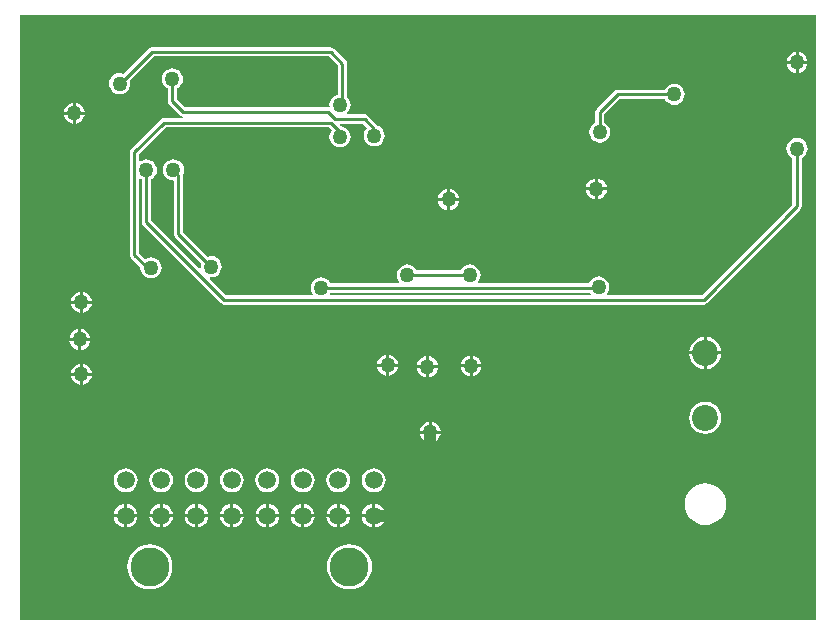
<source format=gbl>
G04*
G04 #@! TF.GenerationSoftware,Altium Limited,Altium Designer,19.0.15 (446)*
G04*
G04 Layer_Physical_Order=2*
G04 Layer_Color=16711680*
%FSLAX25Y25*%
%MOIN*%
G70*
G01*
G75*
%ADD14C,0.01000*%
%ADD53C,0.03937*%
%ADD55C,0.08661*%
%ADD56C,0.05906*%
%ADD57C,0.12992*%
%ADD58C,0.05000*%
G36*
X312205Y2362D02*
X46850D01*
Y203937D01*
X312205D01*
Y2362D01*
D02*
G37*
%LPC*%
G36*
X306405Y191653D02*
Y188689D01*
X309370D01*
X309315Y189103D01*
X308963Y189954D01*
X308402Y190685D01*
X307671Y191246D01*
X306819Y191599D01*
X306405Y191653D01*
D02*
G37*
G36*
X305405D02*
X304992Y191599D01*
X304140Y191246D01*
X303409Y190685D01*
X302848Y189954D01*
X302496Y189103D01*
X302441Y188689D01*
X305405D01*
Y191653D01*
D02*
G37*
G36*
X309370Y187689D02*
X306405D01*
Y184725D01*
X306819Y184779D01*
X307671Y185132D01*
X308402Y185693D01*
X308963Y186424D01*
X309315Y187275D01*
X309370Y187689D01*
D02*
G37*
G36*
X305405D02*
X302441D01*
X302496Y187275D01*
X302848Y186424D01*
X303409Y185693D01*
X304140Y185132D01*
X304992Y184779D01*
X305405Y184725D01*
Y187689D01*
D02*
G37*
G36*
X264961Y181089D02*
X264047Y180969D01*
X263195Y180616D01*
X262464Y180055D01*
X261903Y179324D01*
X261806Y179088D01*
X246063D01*
X245478Y178972D01*
X244982Y178640D01*
X239076Y172735D01*
X238744Y172239D01*
X238628Y171653D01*
Y168115D01*
X238392Y168018D01*
X237661Y167457D01*
X237100Y166726D01*
X236748Y165874D01*
X236627Y164961D01*
X236748Y164047D01*
X237100Y163196D01*
X237661Y162464D01*
X238392Y161903D01*
X239244Y161551D01*
X240158Y161430D01*
X241071Y161551D01*
X241923Y161903D01*
X242654Y162464D01*
X243215Y163196D01*
X243567Y164047D01*
X243688Y164961D01*
X243567Y165874D01*
X243215Y166726D01*
X242654Y167457D01*
X241923Y168018D01*
X241687Y168115D01*
Y171020D01*
X246696Y176030D01*
X261806D01*
X261903Y175794D01*
X262464Y175063D01*
X263195Y174502D01*
X264047Y174149D01*
X264961Y174029D01*
X265874Y174149D01*
X266726Y174502D01*
X267457Y175063D01*
X268018Y175794D01*
X268371Y176645D01*
X268491Y177559D01*
X268371Y178473D01*
X268018Y179324D01*
X267457Y180055D01*
X266726Y180616D01*
X265874Y180969D01*
X264961Y181089D01*
D02*
G37*
G36*
X150394Y193262D02*
X90748D01*
X90163Y193145D01*
X89667Y192814D01*
X81267Y184415D01*
X81032Y184512D01*
X80118Y184633D01*
X79204Y184512D01*
X78353Y184160D01*
X77622Y183599D01*
X77061Y182868D01*
X76708Y182016D01*
X76588Y181102D01*
X76708Y180189D01*
X77061Y179337D01*
X77622Y178606D01*
X78353Y178045D01*
X79204Y177692D01*
X80118Y177572D01*
X81032Y177692D01*
X81883Y178045D01*
X82614Y178606D01*
X83175Y179337D01*
X83528Y180189D01*
X83648Y181102D01*
X83528Y182016D01*
X83430Y182252D01*
X91382Y190203D01*
X149760D01*
X152801Y187162D01*
Y177448D01*
X152630Y177426D01*
X151778Y177073D01*
X151047Y176512D01*
X150486Y175781D01*
X150133Y174929D01*
X150013Y174016D01*
X150066Y173616D01*
X149714Y173223D01*
X149618Y173183D01*
X101815D01*
X99167Y175830D01*
Y179522D01*
X99403Y179620D01*
X100134Y180181D01*
X100695Y180912D01*
X101048Y181764D01*
X101168Y182677D01*
X101048Y183591D01*
X100695Y184442D01*
X100134Y185173D01*
X99403Y185734D01*
X98551Y186087D01*
X97638Y186207D01*
X96724Y186087D01*
X95873Y185734D01*
X95142Y185173D01*
X94581Y184442D01*
X94228Y183591D01*
X94108Y182677D01*
X94228Y181764D01*
X94581Y180912D01*
X95142Y180181D01*
X95873Y179620D01*
X96108Y179522D01*
Y175197D01*
X96225Y174612D01*
X96556Y174115D01*
X100100Y170572D01*
X100596Y170241D01*
X101103Y170140D01*
X101054Y169640D01*
X94882D01*
X94297Y169523D01*
X93800Y169192D01*
X83895Y159286D01*
X83563Y158790D01*
X83447Y158205D01*
Y124079D01*
X83563Y123494D01*
X83895Y122997D01*
X87043Y119850D01*
X87021Y119685D01*
X87141Y118771D01*
X87494Y117920D01*
X88055Y117189D01*
X88786Y116628D01*
X89638Y116275D01*
X90551Y116155D01*
X91465Y116275D01*
X92316Y116628D01*
X93047Y117189D01*
X93608Y117920D01*
X93961Y118771D01*
X94081Y119685D01*
X93961Y120599D01*
X93608Y121450D01*
X93047Y122181D01*
X92316Y122742D01*
X91465Y123095D01*
X90551Y123215D01*
X89638Y123095D01*
X88786Y122742D01*
X88611Y122608D01*
X86506Y124712D01*
Y149281D01*
X86954Y149502D01*
X87211Y149305D01*
X87447Y149207D01*
Y135039D01*
X87563Y134454D01*
X87895Y133958D01*
X113942Y107911D01*
X114438Y107579D01*
X115024Y107463D01*
X274740D01*
X275325Y107579D01*
X275822Y107911D01*
X306987Y139076D01*
X307318Y139572D01*
X307435Y140157D01*
Y156294D01*
X307671Y156392D01*
X308402Y156953D01*
X308963Y157684D01*
X309315Y158535D01*
X309436Y159449D01*
X309315Y160363D01*
X308963Y161214D01*
X308402Y161945D01*
X307671Y162506D01*
X306819Y162859D01*
X305906Y162979D01*
X304992Y162859D01*
X304140Y162506D01*
X303409Y161945D01*
X302848Y161214D01*
X302496Y160363D01*
X302375Y159449D01*
X302496Y158535D01*
X302848Y157684D01*
X303409Y156953D01*
X304140Y156392D01*
X304376Y156294D01*
Y140791D01*
X274107Y110521D01*
X242679D01*
X242432Y111021D01*
X242821Y111528D01*
X243174Y112380D01*
X243294Y113293D01*
X243174Y114207D01*
X242821Y115058D01*
X242260Y115790D01*
X241529Y116351D01*
X240677Y116703D01*
X239764Y116823D01*
X238850Y116703D01*
X237999Y116351D01*
X237267Y115790D01*
X236706Y115058D01*
X236484Y114522D01*
X199742D01*
X199496Y115022D01*
X199908Y115558D01*
X200260Y116409D01*
X200381Y117323D01*
X200260Y118236D01*
X199908Y119088D01*
X199347Y119819D01*
X198616Y120380D01*
X197764Y120733D01*
X196850Y120853D01*
X195937Y120733D01*
X195085Y120380D01*
X194354Y119819D01*
X193793Y119088D01*
X193695Y118852D01*
X179139D01*
X179042Y119088D01*
X178481Y119819D01*
X177749Y120380D01*
X176898Y120733D01*
X175984Y120853D01*
X175071Y120733D01*
X174219Y120380D01*
X173488Y119819D01*
X172927Y119088D01*
X172574Y118236D01*
X172454Y117323D01*
X172574Y116409D01*
X172927Y115558D01*
X173338Y115022D01*
X173093Y114522D01*
X150399D01*
X150301Y114757D01*
X149740Y115488D01*
X149009Y116049D01*
X148158Y116402D01*
X147244Y116522D01*
X146330Y116402D01*
X145479Y116049D01*
X144748Y115488D01*
X144187Y114757D01*
X143834Y113906D01*
X143714Y112992D01*
X143834Y112078D01*
X144187Y111227D01*
X144384Y110970D01*
X144163Y110521D01*
X115657D01*
X110059Y116119D01*
X110293Y116593D01*
X110630Y116549D01*
X111544Y116669D01*
X112395Y117022D01*
X113126Y117582D01*
X113687Y118314D01*
X114040Y119165D01*
X114160Y120079D01*
X114040Y120992D01*
X113687Y121844D01*
X113126Y122575D01*
X112395Y123136D01*
X111544Y123489D01*
X110630Y123609D01*
X109716Y123489D01*
X109481Y123391D01*
X101136Y131736D01*
Y150710D01*
X101441Y151449D01*
X101562Y152362D01*
X101441Y153276D01*
X101089Y154127D01*
X100528Y154858D01*
X99797Y155419D01*
X98945Y155772D01*
X98032Y155892D01*
X97118Y155772D01*
X96266Y155419D01*
X95535Y154858D01*
X94974Y154127D01*
X94622Y153276D01*
X94501Y152362D01*
X94622Y151449D01*
X94974Y150597D01*
X95535Y149866D01*
X96266Y149305D01*
X97118Y148952D01*
X98032Y148832D01*
X98077Y148792D01*
Y131102D01*
X98193Y130517D01*
X98525Y130021D01*
X107318Y121228D01*
X107220Y120992D01*
X107100Y120079D01*
X107144Y119742D01*
X106670Y119508D01*
X90506Y135673D01*
Y149207D01*
X90741Y149305D01*
X91473Y149866D01*
X92034Y150597D01*
X92386Y151449D01*
X92507Y152362D01*
X92386Y153276D01*
X92034Y154127D01*
X91473Y154858D01*
X90741Y155419D01*
X89890Y155772D01*
X88976Y155892D01*
X88063Y155772D01*
X87211Y155419D01*
X86954Y155222D01*
X86506Y155443D01*
Y157571D01*
X95515Y166581D01*
X149760D01*
X150792Y165549D01*
X150486Y165151D01*
X150133Y164299D01*
X150013Y163386D01*
X150133Y162472D01*
X150486Y161621D01*
X151047Y160890D01*
X151778Y160329D01*
X152630Y159976D01*
X153543Y159856D01*
X154457Y159976D01*
X155308Y160329D01*
X156040Y160890D01*
X156600Y161621D01*
X156953Y162472D01*
X157073Y163386D01*
X156953Y164299D01*
X156600Y165151D01*
X156040Y165882D01*
X155308Y166443D01*
X154457Y166796D01*
X153782Y166885D01*
X153367Y167300D01*
X153558Y167762D01*
X161178D01*
X162477Y166463D01*
X162464Y166276D01*
X161903Y165545D01*
X161551Y164693D01*
X161430Y163779D01*
X161551Y162866D01*
X161903Y162014D01*
X162464Y161283D01*
X163196Y160722D01*
X164047Y160370D01*
X164961Y160249D01*
X165874Y160370D01*
X166726Y160722D01*
X167457Y161283D01*
X168018Y162014D01*
X168370Y162866D01*
X168491Y163779D01*
X168370Y164693D01*
X168018Y165545D01*
X167457Y166276D01*
X166726Y166837D01*
X166137Y167080D01*
X166042Y167223D01*
X162892Y170373D01*
X162396Y170704D01*
X161811Y170821D01*
X155950D01*
X155780Y171321D01*
X156040Y171519D01*
X156600Y172251D01*
X156953Y173102D01*
X157073Y174016D01*
X156953Y174929D01*
X156600Y175781D01*
X156040Y176512D01*
X155860Y176650D01*
Y187795D01*
X155744Y188381D01*
X155412Y188877D01*
X151475Y192814D01*
X150979Y193145D01*
X150394Y193262D01*
D02*
G37*
G36*
X65461Y174724D02*
Y171760D01*
X68425D01*
X68370Y172174D01*
X68018Y173025D01*
X67457Y173756D01*
X66726Y174317D01*
X65874Y174670D01*
X65461Y174724D01*
D02*
G37*
G36*
X64461D02*
X64047Y174670D01*
X63196Y174317D01*
X62464Y173756D01*
X61903Y173025D01*
X61551Y172174D01*
X61496Y171760D01*
X64461D01*
Y174724D01*
D02*
G37*
G36*
X68425Y170760D02*
X65461D01*
Y167796D01*
X65874Y167850D01*
X66726Y168203D01*
X67457Y168764D01*
X68018Y169495D01*
X68370Y170346D01*
X68425Y170760D01*
D02*
G37*
G36*
X64461D02*
X61496D01*
X61551Y170346D01*
X61903Y169495D01*
X62464Y168764D01*
X63196Y168203D01*
X64047Y167850D01*
X64461Y167796D01*
Y170760D01*
D02*
G37*
G36*
X239476Y149527D02*
Y146563D01*
X242441D01*
X242386Y146977D01*
X242034Y147828D01*
X241473Y148559D01*
X240741Y149120D01*
X239890Y149473D01*
X239476Y149527D01*
D02*
G37*
G36*
X238476D02*
X238063Y149473D01*
X237211Y149120D01*
X236480Y148559D01*
X235919Y147828D01*
X235566Y146977D01*
X235512Y146563D01*
X238476D01*
Y149527D01*
D02*
G37*
G36*
X190264Y145984D02*
Y143020D01*
X193228D01*
X193174Y143433D01*
X192821Y144285D01*
X192260Y145016D01*
X191529Y145577D01*
X190677Y145930D01*
X190264Y145984D01*
D02*
G37*
G36*
X189264D02*
X188850Y145930D01*
X187999Y145577D01*
X187268Y145016D01*
X186706Y144285D01*
X186354Y143433D01*
X186299Y143020D01*
X189264D01*
Y145984D01*
D02*
G37*
G36*
X242441Y145563D02*
X239476D01*
Y142599D01*
X239890Y142653D01*
X240741Y143006D01*
X241473Y143567D01*
X242034Y144298D01*
X242386Y145149D01*
X242441Y145563D01*
D02*
G37*
G36*
X238476D02*
X235512D01*
X235566Y145149D01*
X235919Y144298D01*
X236480Y143567D01*
X237211Y143006D01*
X238063Y142653D01*
X238476Y142599D01*
Y145563D01*
D02*
G37*
G36*
X193228Y142020D02*
X190264D01*
Y139055D01*
X190677Y139110D01*
X191529Y139462D01*
X192260Y140024D01*
X192821Y140755D01*
X193174Y141606D01*
X193228Y142020D01*
D02*
G37*
G36*
X189264D02*
X186299D01*
X186354Y141606D01*
X186706Y140755D01*
X187268Y140024D01*
X187999Y139462D01*
X188850Y139110D01*
X189264Y139055D01*
Y142020D01*
D02*
G37*
G36*
X67823Y111732D02*
Y108768D01*
X70787D01*
X70733Y109181D01*
X70380Y110033D01*
X69819Y110764D01*
X69088Y111325D01*
X68237Y111678D01*
X67823Y111732D01*
D02*
G37*
G36*
X66823D02*
X66409Y111678D01*
X65558Y111325D01*
X64827Y110764D01*
X64266Y110033D01*
X63913Y109181D01*
X63858Y108768D01*
X66823D01*
Y111732D01*
D02*
G37*
G36*
X70787Y107768D02*
X67823D01*
Y104803D01*
X68237Y104858D01*
X69088Y105210D01*
X69819Y105772D01*
X70380Y106503D01*
X70733Y107354D01*
X70787Y107768D01*
D02*
G37*
G36*
X66823D02*
X63858D01*
X63913Y107354D01*
X64266Y106503D01*
X64827Y105772D01*
X65558Y105210D01*
X66409Y104858D01*
X66823Y104803D01*
Y107768D01*
D02*
G37*
G36*
X67323Y99315D02*
Y96350D01*
X70287D01*
X70233Y96764D01*
X69880Y97615D01*
X69319Y98347D01*
X68588Y98908D01*
X67737Y99260D01*
X67323Y99315D01*
D02*
G37*
G36*
X66323D02*
X65909Y99260D01*
X65058Y98908D01*
X64327Y98347D01*
X63766Y97615D01*
X63413Y96764D01*
X63358Y96350D01*
X66323D01*
Y99315D01*
D02*
G37*
G36*
X70287Y95350D02*
X67323D01*
Y92386D01*
X67737Y92440D01*
X68588Y92793D01*
X69319Y93354D01*
X69880Y94085D01*
X70233Y94937D01*
X70287Y95350D01*
D02*
G37*
G36*
X66323D02*
X63358D01*
X63413Y94937D01*
X63766Y94085D01*
X64327Y93354D01*
X65058Y92793D01*
X65909Y92440D01*
X66323Y92386D01*
Y95350D01*
D02*
G37*
G36*
X275825Y96649D02*
Y91839D01*
X280636D01*
X280519Y92730D01*
X279982Y94027D01*
X279127Y95140D01*
X278014Y95995D01*
X276717Y96532D01*
X275825Y96649D01*
D02*
G37*
G36*
X274825D02*
X273934Y96532D01*
X272637Y95995D01*
X271523Y95140D01*
X270669Y94027D01*
X270132Y92730D01*
X270015Y91839D01*
X274825D01*
Y96649D01*
D02*
G37*
G36*
X169925Y90716D02*
Y87752D01*
X172890D01*
X172835Y88165D01*
X172482Y89017D01*
X171921Y89748D01*
X171190Y90309D01*
X170339Y90662D01*
X169925Y90716D01*
D02*
G37*
G36*
X168925D02*
X168511Y90662D01*
X167660Y90309D01*
X166929Y89748D01*
X166368Y89017D01*
X166015Y88165D01*
X165961Y87752D01*
X168925D01*
Y90716D01*
D02*
G37*
G36*
X197744Y90472D02*
Y87508D01*
X200709D01*
X200654Y87922D01*
X200301Y88773D01*
X199740Y89504D01*
X199009Y90065D01*
X198158Y90418D01*
X197744Y90472D01*
D02*
G37*
G36*
X196744D02*
X196330Y90418D01*
X195479Y90065D01*
X194748Y89504D01*
X194187Y88773D01*
X193834Y87922D01*
X193780Y87508D01*
X196744D01*
Y90472D01*
D02*
G37*
G36*
X183177Y90213D02*
Y87248D01*
X186142D01*
X186087Y87662D01*
X185734Y88513D01*
X185173Y89244D01*
X184442Y89805D01*
X183591Y90158D01*
X183177Y90213D01*
D02*
G37*
G36*
X182177D02*
X181764Y90158D01*
X180912Y89805D01*
X180181Y89244D01*
X179620Y88513D01*
X179267Y87662D01*
X179213Y87248D01*
X182177D01*
Y90213D01*
D02*
G37*
G36*
X280636Y90839D02*
X275825D01*
Y86028D01*
X276717Y86145D01*
X278014Y86682D01*
X279127Y87537D01*
X279982Y88650D01*
X280519Y89947D01*
X280636Y90839D01*
D02*
G37*
G36*
X274825D02*
X270015D01*
X270132Y89947D01*
X270669Y88650D01*
X271523Y87537D01*
X272637Y86682D01*
X273934Y86145D01*
X274825Y86028D01*
Y90839D01*
D02*
G37*
G36*
X67823Y87716D02*
Y84752D01*
X70787D01*
X70733Y85166D01*
X70380Y86017D01*
X69819Y86748D01*
X69088Y87309D01*
X68237Y87662D01*
X67823Y87716D01*
D02*
G37*
G36*
X66823D02*
X66409Y87662D01*
X65558Y87309D01*
X64827Y86748D01*
X64266Y86017D01*
X63913Y85166D01*
X63858Y84752D01*
X66823D01*
Y87716D01*
D02*
G37*
G36*
X172890Y86752D02*
X169925D01*
Y83787D01*
X170339Y83842D01*
X171190Y84195D01*
X171921Y84756D01*
X172482Y85487D01*
X172835Y86338D01*
X172890Y86752D01*
D02*
G37*
G36*
X168925D02*
X165961D01*
X166015Y86338D01*
X166368Y85487D01*
X166929Y84756D01*
X167660Y84195D01*
X168511Y83842D01*
X168925Y83787D01*
Y86752D01*
D02*
G37*
G36*
X200709Y86508D02*
X197744D01*
Y83543D01*
X198158Y83598D01*
X199009Y83951D01*
X199740Y84512D01*
X200301Y85243D01*
X200654Y86094D01*
X200709Y86508D01*
D02*
G37*
G36*
X196744D02*
X193780D01*
X193834Y86094D01*
X194187Y85243D01*
X194748Y84512D01*
X195479Y83951D01*
X196330Y83598D01*
X196744Y83543D01*
Y86508D01*
D02*
G37*
G36*
X186142Y86248D02*
X183177D01*
Y83284D01*
X183591Y83338D01*
X184442Y83691D01*
X185173Y84252D01*
X185734Y84983D01*
X186087Y85834D01*
X186142Y86248D01*
D02*
G37*
G36*
X182177D02*
X179213D01*
X179267Y85834D01*
X179620Y84983D01*
X180181Y84252D01*
X180912Y83691D01*
X181764Y83338D01*
X182177Y83284D01*
Y86248D01*
D02*
G37*
G36*
X70787Y83752D02*
X67823D01*
Y80788D01*
X68237Y80842D01*
X69088Y81195D01*
X69819Y81756D01*
X70380Y82487D01*
X70733Y83338D01*
X70787Y83752D01*
D02*
G37*
G36*
X66823D02*
X63858D01*
X63913Y83338D01*
X64266Y82487D01*
X64827Y81756D01*
X65558Y81195D01*
X66409Y80842D01*
X66823Y80788D01*
Y83752D01*
D02*
G37*
G36*
X184091Y68425D02*
Y65461D01*
X187055D01*
X187001Y65874D01*
X186648Y66726D01*
X186087Y67457D01*
X185356Y68018D01*
X184504Y68370D01*
X184091Y68425D01*
D02*
G37*
G36*
X183091D02*
X182677Y68370D01*
X181826Y68018D01*
X181095Y67457D01*
X180534Y66726D01*
X180181Y65874D01*
X180127Y65461D01*
X183091D01*
Y68425D01*
D02*
G37*
G36*
X275325Y75062D02*
X273934Y74879D01*
X272637Y74341D01*
X271523Y73487D01*
X270669Y72373D01*
X270132Y71077D01*
X269949Y69685D01*
X270132Y68293D01*
X270669Y66997D01*
X271523Y65883D01*
X272637Y65029D01*
X273934Y64491D01*
X275325Y64308D01*
X276717Y64491D01*
X278014Y65029D01*
X279127Y65883D01*
X279982Y66997D01*
X280519Y68293D01*
X280702Y69685D01*
X280519Y71077D01*
X279982Y72373D01*
X279127Y73487D01*
X278014Y74341D01*
X276717Y74879D01*
X275325Y75062D01*
D02*
G37*
G36*
X187055Y64461D02*
X184091D01*
Y61496D01*
X184504Y61551D01*
X185356Y61903D01*
X186087Y62464D01*
X186648Y63196D01*
X187001Y64047D01*
X187055Y64461D01*
D02*
G37*
G36*
X183091D02*
X180127D01*
X180181Y64047D01*
X180534Y63196D01*
X181095Y62464D01*
X181826Y61903D01*
X182677Y61551D01*
X183091Y61496D01*
Y64461D01*
D02*
G37*
G36*
X164764Y52885D02*
X163732Y52749D01*
X162770Y52350D01*
X161945Y51717D01*
X161311Y50891D01*
X160913Y49929D01*
X160777Y48898D01*
X160913Y47866D01*
X161311Y46904D01*
X161945Y46079D01*
X162770Y45445D01*
X163732Y45047D01*
X164764Y44911D01*
X165796Y45047D01*
X166757Y45445D01*
X167583Y46079D01*
X168217Y46904D01*
X168615Y47866D01*
X168751Y48898D01*
X168615Y49929D01*
X168217Y50891D01*
X167583Y51717D01*
X166757Y52350D01*
X165796Y52749D01*
X164764Y52885D01*
D02*
G37*
G36*
X152953D02*
X151921Y52749D01*
X150959Y52350D01*
X150134Y51717D01*
X149500Y50891D01*
X149102Y49929D01*
X148966Y48898D01*
X149102Y47866D01*
X149500Y46904D01*
X150134Y46079D01*
X150959Y45445D01*
X151921Y45047D01*
X152953Y44911D01*
X153985Y45047D01*
X154946Y45445D01*
X155772Y46079D01*
X156405Y46904D01*
X156804Y47866D01*
X156940Y48898D01*
X156804Y49929D01*
X156405Y50891D01*
X155772Y51717D01*
X154946Y52350D01*
X153985Y52749D01*
X152953Y52885D01*
D02*
G37*
G36*
X141142D02*
X140110Y52749D01*
X139148Y52350D01*
X138323Y51717D01*
X137689Y50891D01*
X137291Y49929D01*
X137155Y48898D01*
X137291Y47866D01*
X137689Y46904D01*
X138323Y46079D01*
X139148Y45445D01*
X140110Y45047D01*
X141142Y44911D01*
X142174Y45047D01*
X143135Y45445D01*
X143961Y46079D01*
X144595Y46904D01*
X144993Y47866D01*
X145129Y48898D01*
X144993Y49929D01*
X144595Y50891D01*
X143961Y51717D01*
X143135Y52350D01*
X142174Y52749D01*
X141142Y52885D01*
D02*
G37*
G36*
X129331D02*
X128299Y52749D01*
X127337Y52350D01*
X126512Y51717D01*
X125878Y50891D01*
X125480Y49929D01*
X125344Y48898D01*
X125480Y47866D01*
X125878Y46904D01*
X126512Y46079D01*
X127337Y45445D01*
X128299Y45047D01*
X129331Y44911D01*
X130363Y45047D01*
X131324Y45445D01*
X132150Y46079D01*
X132783Y46904D01*
X133182Y47866D01*
X133318Y48898D01*
X133182Y49929D01*
X132783Y50891D01*
X132150Y51717D01*
X131324Y52350D01*
X130363Y52749D01*
X129331Y52885D01*
D02*
G37*
G36*
X117520D02*
X116488Y52749D01*
X115526Y52350D01*
X114700Y51717D01*
X114067Y50891D01*
X113669Y49929D01*
X113533Y48898D01*
X113669Y47866D01*
X114067Y46904D01*
X114700Y46079D01*
X115526Y45445D01*
X116488Y45047D01*
X117520Y44911D01*
X118552Y45047D01*
X119513Y45445D01*
X120339Y46079D01*
X120972Y46904D01*
X121371Y47866D01*
X121507Y48898D01*
X121371Y49929D01*
X120972Y50891D01*
X120339Y51717D01*
X119513Y52350D01*
X118552Y52749D01*
X117520Y52885D01*
D02*
G37*
G36*
X105709D02*
X104677Y52749D01*
X103715Y52350D01*
X102890Y51717D01*
X102256Y50891D01*
X101858Y49929D01*
X101722Y48898D01*
X101858Y47866D01*
X102256Y46904D01*
X102890Y46079D01*
X103715Y45445D01*
X104677Y45047D01*
X105709Y44911D01*
X106740Y45047D01*
X107702Y45445D01*
X108528Y46079D01*
X109161Y46904D01*
X109560Y47866D01*
X109695Y48898D01*
X109560Y49929D01*
X109161Y50891D01*
X108528Y51717D01*
X107702Y52350D01*
X106740Y52749D01*
X105709Y52885D01*
D02*
G37*
G36*
X93898D02*
X92866Y52749D01*
X91904Y52350D01*
X91079Y51717D01*
X90445Y50891D01*
X90047Y49929D01*
X89911Y48898D01*
X90047Y47866D01*
X90445Y46904D01*
X91079Y46079D01*
X91904Y45445D01*
X92866Y45047D01*
X93898Y44911D01*
X94929Y45047D01*
X95891Y45445D01*
X96717Y46079D01*
X97350Y46904D01*
X97749Y47866D01*
X97885Y48898D01*
X97749Y49929D01*
X97350Y50891D01*
X96717Y51717D01*
X95891Y52350D01*
X94929Y52749D01*
X93898Y52885D01*
D02*
G37*
G36*
X82087D02*
X81055Y52749D01*
X80093Y52350D01*
X79268Y51717D01*
X78634Y50891D01*
X78236Y49929D01*
X78100Y48898D01*
X78236Y47866D01*
X78634Y46904D01*
X79268Y46079D01*
X80093Y45445D01*
X81055Y45047D01*
X82087Y44911D01*
X83118Y45047D01*
X84080Y45445D01*
X84906Y46079D01*
X85539Y46904D01*
X85938Y47866D01*
X86073Y48898D01*
X85938Y49929D01*
X85539Y50891D01*
X84906Y51717D01*
X84080Y52350D01*
X83118Y52749D01*
X82087Y52885D01*
D02*
G37*
G36*
X165264Y41008D02*
Y37587D01*
X168685D01*
X168615Y38118D01*
X168217Y39080D01*
X167583Y39906D01*
X166757Y40539D01*
X165796Y40938D01*
X165264Y41008D01*
D02*
G37*
G36*
X164264D02*
X163732Y40938D01*
X162770Y40539D01*
X161945Y39906D01*
X161311Y39080D01*
X160913Y38118D01*
X160843Y37587D01*
X164264D01*
Y41008D01*
D02*
G37*
G36*
X153453D02*
Y37587D01*
X156874D01*
X156804Y38118D01*
X156405Y39080D01*
X155772Y39906D01*
X154946Y40539D01*
X153985Y40938D01*
X153453Y41008D01*
D02*
G37*
G36*
X152453D02*
X151921Y40938D01*
X150959Y40539D01*
X150134Y39906D01*
X149500Y39080D01*
X149102Y38118D01*
X149032Y37587D01*
X152453D01*
Y41008D01*
D02*
G37*
G36*
X141642D02*
Y37587D01*
X145063D01*
X144993Y38118D01*
X144595Y39080D01*
X143961Y39906D01*
X143135Y40539D01*
X142174Y40938D01*
X141642Y41008D01*
D02*
G37*
G36*
X140642D02*
X140110Y40938D01*
X139148Y40539D01*
X138323Y39906D01*
X137689Y39080D01*
X137291Y38118D01*
X137221Y37587D01*
X140642D01*
Y41008D01*
D02*
G37*
G36*
X129831D02*
Y37587D01*
X133252D01*
X133182Y38118D01*
X132783Y39080D01*
X132150Y39906D01*
X131324Y40539D01*
X130363Y40938D01*
X129831Y41008D01*
D02*
G37*
G36*
X128831D02*
X128299Y40938D01*
X127337Y40539D01*
X126512Y39906D01*
X125878Y39080D01*
X125480Y38118D01*
X125410Y37587D01*
X128831D01*
Y41008D01*
D02*
G37*
G36*
X118020D02*
Y37587D01*
X121441D01*
X121371Y38118D01*
X120972Y39080D01*
X120339Y39906D01*
X119513Y40539D01*
X118552Y40938D01*
X118020Y41008D01*
D02*
G37*
G36*
X117020D02*
X116488Y40938D01*
X115526Y40539D01*
X114700Y39906D01*
X114067Y39080D01*
X113669Y38118D01*
X113599Y37587D01*
X117020D01*
Y41008D01*
D02*
G37*
G36*
X106209D02*
Y37587D01*
X109630D01*
X109560Y38118D01*
X109161Y39080D01*
X108528Y39906D01*
X107702Y40539D01*
X106740Y40938D01*
X106209Y41008D01*
D02*
G37*
G36*
X105209D02*
X104677Y40938D01*
X103715Y40539D01*
X102890Y39906D01*
X102256Y39080D01*
X101858Y38118D01*
X101788Y37587D01*
X105209D01*
Y41008D01*
D02*
G37*
G36*
X94398D02*
Y37587D01*
X97819D01*
X97749Y38118D01*
X97350Y39080D01*
X96717Y39906D01*
X95891Y40539D01*
X94929Y40938D01*
X94398Y41008D01*
D02*
G37*
G36*
X93398D02*
X92866Y40938D01*
X91904Y40539D01*
X91079Y39906D01*
X90445Y39080D01*
X90047Y38118D01*
X89977Y37587D01*
X93398D01*
Y41008D01*
D02*
G37*
G36*
X82587D02*
Y37587D01*
X86008D01*
X85938Y38118D01*
X85539Y39080D01*
X84906Y39906D01*
X84080Y40539D01*
X83118Y40938D01*
X82587Y41008D01*
D02*
G37*
G36*
X81587D02*
X81055Y40938D01*
X80093Y40539D01*
X79268Y39906D01*
X78634Y39080D01*
X78236Y38118D01*
X78166Y37587D01*
X81587D01*
Y41008D01*
D02*
G37*
G36*
X275325Y47884D02*
X273972Y47750D01*
X272670Y47356D01*
X271470Y46714D01*
X270419Y45851D01*
X269556Y44800D01*
X268915Y43600D01*
X268520Y42299D01*
X268387Y40945D01*
X268520Y39591D01*
X268915Y38289D01*
X269556Y37090D01*
X270419Y36038D01*
X271470Y35175D01*
X272670Y34534D01*
X273972Y34139D01*
X275325Y34006D01*
X276679Y34139D01*
X277981Y34534D01*
X279181Y35175D01*
X280232Y36038D01*
X281095Y37090D01*
X281736Y38289D01*
X282131Y39591D01*
X282264Y40945D01*
X282131Y42299D01*
X281736Y43600D01*
X281095Y44800D01*
X280232Y45851D01*
X279181Y46714D01*
X277981Y47356D01*
X276679Y47750D01*
X275325Y47884D01*
D02*
G37*
G36*
X168685Y36587D02*
X165264D01*
Y33166D01*
X165796Y33236D01*
X166757Y33634D01*
X167583Y34268D01*
X168217Y35093D01*
X168615Y36055D01*
X168685Y36587D01*
D02*
G37*
G36*
X164264D02*
X160843D01*
X160913Y36055D01*
X161311Y35093D01*
X161945Y34268D01*
X162770Y33634D01*
X163732Y33236D01*
X164264Y33166D01*
Y36587D01*
D02*
G37*
G36*
X156874D02*
X153453D01*
Y33166D01*
X153985Y33236D01*
X154946Y33634D01*
X155772Y34268D01*
X156405Y35093D01*
X156804Y36055D01*
X156874Y36587D01*
D02*
G37*
G36*
X152453D02*
X149032D01*
X149102Y36055D01*
X149500Y35093D01*
X150134Y34268D01*
X150959Y33634D01*
X151921Y33236D01*
X152453Y33166D01*
Y36587D01*
D02*
G37*
G36*
X145063D02*
X141642D01*
Y33166D01*
X142174Y33236D01*
X143135Y33634D01*
X143961Y34268D01*
X144595Y35093D01*
X144993Y36055D01*
X145063Y36587D01*
D02*
G37*
G36*
X140642D02*
X137221D01*
X137291Y36055D01*
X137689Y35093D01*
X138323Y34268D01*
X139148Y33634D01*
X140110Y33236D01*
X140642Y33166D01*
Y36587D01*
D02*
G37*
G36*
X133252D02*
X129831D01*
Y33166D01*
X130363Y33236D01*
X131324Y33634D01*
X132150Y34268D01*
X132783Y35093D01*
X133182Y36055D01*
X133252Y36587D01*
D02*
G37*
G36*
X128831D02*
X125410D01*
X125480Y36055D01*
X125878Y35093D01*
X126512Y34268D01*
X127337Y33634D01*
X128299Y33236D01*
X128831Y33166D01*
Y36587D01*
D02*
G37*
G36*
X121441D02*
X118020D01*
Y33166D01*
X118552Y33236D01*
X119513Y33634D01*
X120339Y34268D01*
X120972Y35093D01*
X121371Y36055D01*
X121441Y36587D01*
D02*
G37*
G36*
X117020D02*
X113599D01*
X113669Y36055D01*
X114067Y35093D01*
X114700Y34268D01*
X115526Y33634D01*
X116488Y33236D01*
X117020Y33166D01*
Y36587D01*
D02*
G37*
G36*
X109630D02*
X106209D01*
Y33166D01*
X106740Y33236D01*
X107702Y33634D01*
X108528Y34268D01*
X109161Y35093D01*
X109560Y36055D01*
X109630Y36587D01*
D02*
G37*
G36*
X105209D02*
X101788D01*
X101858Y36055D01*
X102256Y35093D01*
X102890Y34268D01*
X103715Y33634D01*
X104677Y33236D01*
X105209Y33166D01*
Y36587D01*
D02*
G37*
G36*
X97819D02*
X94398D01*
Y33166D01*
X94929Y33236D01*
X95891Y33634D01*
X96717Y34268D01*
X97350Y35093D01*
X97749Y36055D01*
X97819Y36587D01*
D02*
G37*
G36*
X93398D02*
X89977D01*
X90047Y36055D01*
X90445Y35093D01*
X91079Y34268D01*
X91904Y33634D01*
X92866Y33236D01*
X93398Y33166D01*
Y36587D01*
D02*
G37*
G36*
X86008D02*
X82587D01*
Y33166D01*
X83118Y33236D01*
X84080Y33634D01*
X84906Y34268D01*
X85539Y35093D01*
X85938Y36055D01*
X86008Y36587D01*
D02*
G37*
G36*
X81587D02*
X78166D01*
X78236Y36055D01*
X78634Y35093D01*
X79268Y34268D01*
X80093Y33634D01*
X81055Y33236D01*
X81587Y33166D01*
Y36587D01*
D02*
G37*
G36*
X156693Y27611D02*
X155223Y27466D01*
X153810Y27038D01*
X152508Y26342D01*
X151367Y25405D01*
X150430Y24263D01*
X149734Y22961D01*
X149305Y21548D01*
X149161Y20079D01*
X149305Y18609D01*
X149734Y17196D01*
X150430Y15894D01*
X151367Y14753D01*
X152508Y13816D01*
X153810Y13120D01*
X155223Y12691D01*
X156693Y12546D01*
X158162Y12691D01*
X159575Y13120D01*
X160878Y13816D01*
X162019Y14753D01*
X162956Y15894D01*
X163652Y17196D01*
X164081Y18609D01*
X164225Y20079D01*
X164081Y21548D01*
X163652Y22961D01*
X162956Y24263D01*
X162019Y25405D01*
X160878Y26342D01*
X159575Y27038D01*
X158162Y27466D01*
X156693Y27611D01*
D02*
G37*
G36*
X90158D02*
X88688Y27466D01*
X87275Y27038D01*
X85973Y26342D01*
X84831Y25405D01*
X83895Y24263D01*
X83198Y22961D01*
X82770Y21548D01*
X82625Y20079D01*
X82770Y18609D01*
X83198Y17196D01*
X83895Y15894D01*
X84831Y14753D01*
X85973Y13816D01*
X87275Y13120D01*
X88688Y12691D01*
X90158Y12546D01*
X91627Y12691D01*
X93040Y13120D01*
X94342Y13816D01*
X95484Y14753D01*
X96420Y15894D01*
X97116Y17196D01*
X97545Y18609D01*
X97690Y20079D01*
X97545Y21548D01*
X97116Y22961D01*
X96420Y24263D01*
X95484Y25405D01*
X94342Y26342D01*
X93040Y27038D01*
X91627Y27466D01*
X90158Y27611D01*
D02*
G37*
%LPD*%
G36*
X237095Y111021D02*
X236849Y110521D01*
X150325D01*
X150104Y110970D01*
X150301Y111227D01*
X150399Y111463D01*
X236757D01*
X237095Y111021D01*
D02*
G37*
D14*
X147244Y112992D02*
X239463D01*
X239764Y113293D01*
X246063Y177559D02*
X264961D01*
X240158Y171653D02*
X246063Y177559D01*
X240158Y164961D02*
Y171653D01*
X149679D02*
X152041Y169291D01*
X101181Y171653D02*
X149679D01*
X97638Y175197D02*
X101181Y171653D01*
X164961Y163779D02*
Y166142D01*
X161811Y169291D02*
X164961Y166142D01*
X152041Y169291D02*
X161811D01*
X97638Y175197D02*
Y182677D01*
X89764Y120473D02*
X90551Y121260D01*
X89173Y119882D02*
X89764Y120473D01*
X150394Y168110D02*
X153543Y164961D01*
X94882Y168110D02*
X150394D01*
X84976Y158205D02*
X94882Y168110D01*
X153543Y163386D02*
Y164961D01*
X175984Y117323D02*
X196850D01*
X274740Y108992D02*
X305906Y140157D01*
X88976Y135039D02*
X115024Y108992D01*
X274740D01*
X305906Y140157D02*
Y159449D01*
X88976Y135039D02*
Y152362D01*
X84976Y124079D02*
X89173Y119882D01*
X84976Y124079D02*
Y158205D01*
X90551Y119685D02*
Y121260D01*
X98032Y152362D02*
X99606Y150787D01*
Y131102D02*
Y150787D01*
Y131102D02*
X110630Y120079D01*
X150394Y191732D02*
X154331Y187795D01*
Y174803D02*
Y187795D01*
X90748Y191732D02*
X150394D01*
X153543Y174016D02*
X154331Y174803D01*
X80118Y181102D02*
X90748Y191732D01*
D53*
X164764Y37087D02*
X169764D01*
X183591Y50914D01*
Y64961D01*
D55*
X275325Y69685D02*
D03*
Y91339D02*
D03*
D56*
X82087Y37087D02*
D03*
X93898D02*
D03*
X105709D02*
D03*
X117520D02*
D03*
X129331D02*
D03*
X141142D02*
D03*
X152953D02*
D03*
X164764D02*
D03*
Y48898D02*
D03*
X152953D02*
D03*
X141142D02*
D03*
X129331D02*
D03*
X117520D02*
D03*
X105709D02*
D03*
X93898D02*
D03*
X82087D02*
D03*
D57*
X90158Y20079D02*
D03*
X156693D02*
D03*
D58*
X183591Y64961D02*
D03*
X80118Y181102D02*
D03*
X64961Y171260D02*
D03*
X305906Y188189D02*
D03*
Y159449D02*
D03*
X264961Y177559D02*
D03*
X239764Y113293D02*
D03*
X240158Y164961D02*
D03*
X164961Y163779D02*
D03*
X153543Y163386D02*
D03*
X97638Y182677D02*
D03*
X189764Y142520D02*
D03*
X238976Y146063D02*
D03*
X196850Y117323D02*
D03*
X175984D02*
D03*
X147244Y112992D02*
D03*
X197244Y87008D02*
D03*
X182677Y86748D02*
D03*
X169425Y87252D02*
D03*
X90551Y119685D02*
D03*
X110630Y120079D02*
D03*
X98032Y152362D02*
D03*
X88976D02*
D03*
X67323Y108268D02*
D03*
Y84252D02*
D03*
X66823Y95850D02*
D03*
X153543Y174016D02*
D03*
M02*

</source>
